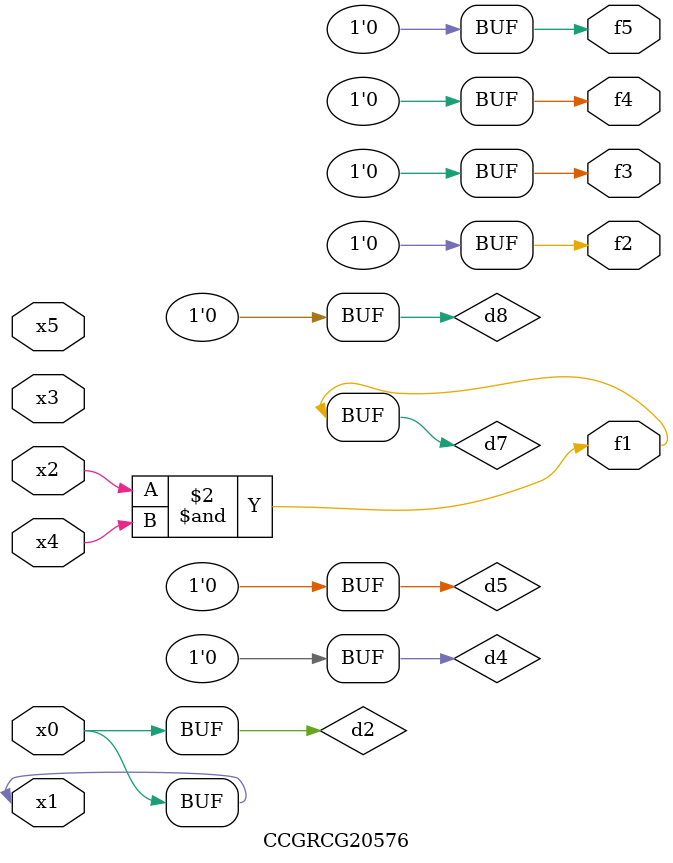
<source format=v>
module CCGRCG20576(
	input x0, x1, x2, x3, x4, x5,
	output f1, f2, f3, f4, f5
);

	wire d1, d2, d3, d4, d5, d6, d7, d8, d9;

	nand (d1, x1);
	buf (d2, x0, x1);
	nand (d3, x2, x4);
	and (d4, d1, d2);
	and (d5, d1, d2);
	nand (d6, d1, d3);
	not (d7, d3);
	xor (d8, d5);
	nor (d9, d5, d6);
	assign f1 = d7;
	assign f2 = d8;
	assign f3 = d8;
	assign f4 = d8;
	assign f5 = d8;
endmodule

</source>
